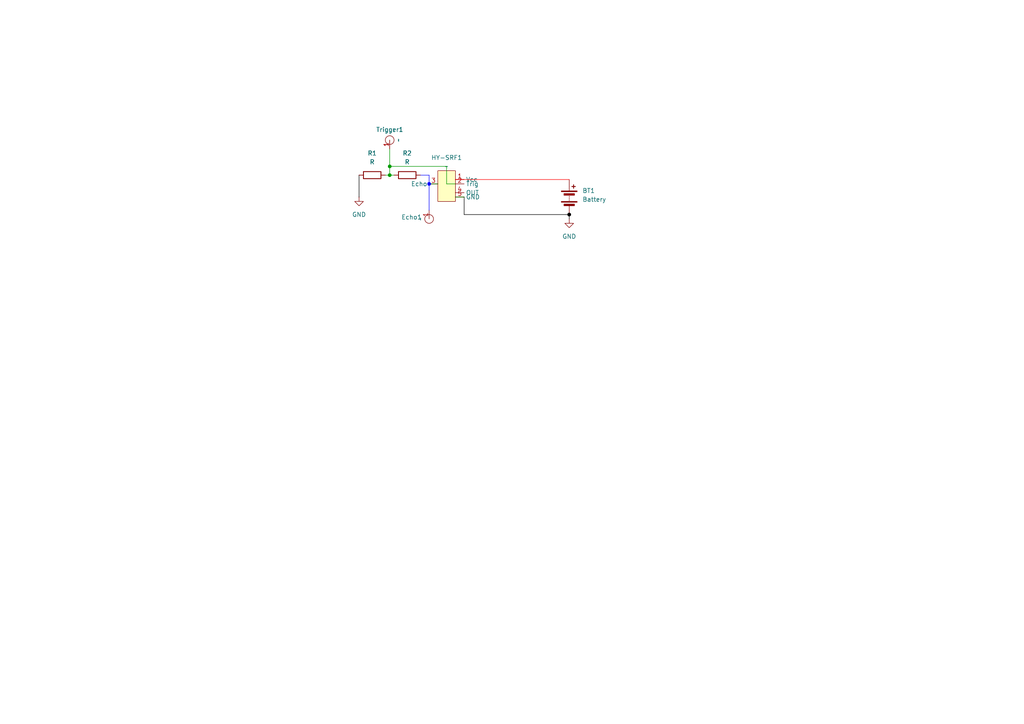
<source format=kicad_sch>
(kicad_sch (version 20231120) (generator "eeschema") (generator_version "8.0")
  (paper "A4")
  (lib_symbols
    (symbol "Device:Battery" (pin_numbers hide) (pin_names (offset 0) hide)
      (property "Reference" "BT" (at 2.54 2.54 0))
      (property "Value" "Battery" (at 2.54 0 0))
      (symbol "Battery_0_1"
        (rectangle (start -2.286 -1.27) (end 2.286 -1.524) (fill (type outline)))
        (rectangle (start -2.286 1.778) (end 2.286 1.524) (fill (type outline)))
        (rectangle (start -1.524 -2.032) (end 1.524 -2.54) (fill (type outline)))
        (rectangle (start -1.524 1.016) (end 1.524 0.508) (fill (type outline)))
        (polyline (pts (xy 0 -1.016) (xy 0 -0.762)))
        (polyline (pts (xy 0 -0.508) (xy 0 -0.254)))
        (polyline (pts (xy 0 0) (xy 0 0.254)))
        (polyline (pts (xy 0 1.778) (xy 0 2.54)))
        (polyline (pts (xy 0.762 3.048) (xy 1.778 3.048)) (stroke (width 0.254)))
        (polyline (pts (xy 1.27 3.556) (xy 1.27 2.54)) (stroke (width 0.254)))
      )
      (symbol "Battery_1_1"
        (pin passive line (at 0 5.08 270) (length 2.54) (name "+") (number "1"))
        (pin passive line (at 0 -5.08 90) (length 2.54) (name "-") (number "2"))
      )
    )
    (symbol "Device:R" (pin_numbers hide) (pin_names (offset 0))
      (property "Reference" "R" (at 2.032 0 90))
      (property "Value" "R" (at 0 0 90))
      (symbol "R_0_1"
        (rectangle (start -1.016 -2.54) (end 1.016 2.54) (stroke (width 0.254)))
      )
      (symbol "R_1_1"
        (pin passive line (at 0 3.81 270) (length 1.27) (name "~") (number "1"))
        (pin passive line (at 0 -3.81 90) (length 1.27) (name "~") (number "2"))
      )
    )
    (symbol "PIN:PIN"
      (property "Reference" "PIN" (at 0 0 0))
      (symbol "PIN_0_1"
        (circle (center 2.54 -2.54) (radius 1.27))
      )
      (symbol "PIN_1_1"
        (pin input line (at 0 -2.54 0) (length 2.54) (name "") (number "1"))
      )
    )
    (symbol "power:GND" (power) (pin_numbers hide) (pin_names (offset 0) hide)
      (property "Value" "GND" (at 0 -3.81 0))
      (symbol "GND_0_1"
        (polyline (pts (xy 0 0) (xy 0 -1.27) (xy 1.27 -1.27) (xy 0 -2.54) (xy -1.27 -1.27) (xy 0 -1.27)))
      )
      (symbol "GND_1_1"
        (pin power_in line (at 0 0 270) (length 0) (name "~") (number "1"))
      )
    )
    (symbol "ultrasónicos:HY-SRF05"
      (property "Reference" "HY-SRF05" (at -6.35 -5.588 90))
      (symbol "HY-SRF05_1_1"
        (rectangle (start -8.89 -1.27) (end -3.81 -10.16) (fill (type background)))
        (pin input line (at -3.81 -3.81 0) (length 2.54) (name "Vcc") (number "1"))
        (pin input line (at -3.81 -5.08 0) (length 2.54) (name "Trig") (number "2"))
        (pin output line (at -8.89 -5.08 180) (length 2.54) (name "Echo") (number "3"))
        (pin input line (at -3.81 -7.62 0) (length 2.54) (name "OUT") (number "4"))
        (pin input line (at -3.81 -8.89 0) (length 2.54) (name "GND") (number "5"))
      )
    )
  )
  (junction (at 124.46 53.34) (color 0 0 255 1))
  (junction (at 113.03 50.8))
  (junction (at 165.1 62.23) (color 0 0 0 1))
  (junction (at 113.03 48.26))
  (wire (pts (xy 111.76 50.8) (xy 113.03 50.8)))
  (wire (pts (xy 113.03 48.26) (xy 113.03 50.8)))
  (wire (pts (xy 127 53.34) (xy 124.46 53.34)))
  (wire (pts (xy 124.46 53.34) (xy 124.46 60.96)) (stroke (width 0) (color 0 0 255 1)))
  (wire (pts (xy 132.08 53.34) (xy 129.54 53.34)))
  (wire (pts (xy 129.54 48.26) (xy 113.03 48.26)))
  (wire (pts (xy 113.03 43.18) (xy 113.03 48.26)))
  (wire (pts (xy 104.14 50.8) (xy 104.14 57.15)) (stroke (width 0) (color 0 0 0 1)))
  (wire (pts (xy 129.54 53.34) (xy 129.54 48.26)))
  (wire (pts (xy 134.62 57.15) (xy 132.08 57.15)))
  (wire (pts (xy 121.92 50.8) (xy 124.46 50.8)) (stroke (width 0) (color 0 0 255 1)))
  (wire (pts (xy 165.1 62.23) (xy 134.62 62.23)) (stroke (width 0) (color 0 0 0 1)))
  (wire (pts (xy 132.08 52.07) (xy 165.1 52.07)) (stroke (width 0) (color 255 0 0 1)))
  (wire (pts (xy 134.62 62.23) (xy 134.62 57.15)) (stroke (width 0) (color 0 0 0 1)))
  (wire (pts (xy 165.1 63.5) (xy 165.1 62.23)) (stroke (width 0) (color 0 0 0 1)))
  (wire (pts (xy 124.46 50.8) (xy 124.46 53.34)) (stroke (width 0) (color 0 0 255 1)))
  (wire (pts (xy 113.03 50.8) (xy 114.3 50.8)))
  (symbol (lib_id "Device:R") (at 107.95 50.8 90) (unit 1)
    (property "Reference" "R1" (at 107.95 44.45 90))
    (property "Value" "R" (at 107.95 46.99 90))
    (property "Footprint" "Resistor_THT:R_Axial_DIN0204_L3.6mm_D1.6mm_P5.08mm_Horizontal" (effects (hide yes)))
    (property "Description" "Resistor" (effects (hide yes)))
  )
  (symbol (lib_id "ultrasónicos:HY-SRF05") (at 135.89 48.26 0) (unit 1)
    (property "Reference" "HY-SRF1" (at 129.54 45.72 0))
    (property "Value" "~" (at 129.54 48.26 0))
    (property "Footprint" "Connector_PinSocket_2.54mm:PinSocket_1x05_P2.54mm_Vertical" (effects (hide yes)))
  )
  (symbol (lib_id "Device:Battery") (at 165.1 57.15 0) (unit 1)
    (property "Reference" "BT1" (at 168.91 55.3084 0) (effects (justify left)))
    (property "Value" "Battery" (at 168.91 57.8484 0) (effects (justify left)))
    (property "Footprint" "Resistor_THT:R_Axial_DIN0614_L14.3mm_D5.7mm_P7.62mm_Vertical" (effects (hide yes)))
    (property "Description" "Multiple-cell battery" (effects (hide yes)))
  )
  (symbol (lib_id "power:GND") (at 104.14 57.15 0) (unit 1)
    (property "Reference" "#PWR01" (effects (hide yes)))
    (property "Value" "GND" (at 104.14 62.23 0))
    (property "Description" "Power symbol creates a global label with name \"GND\" , ground" (effects (hide yes)))
  )
  (symbol (lib_id "power:GND") (at 165.1 63.5 0) (unit 1)
    (property "Reference" "#PWR02" (effects (hide yes)))
    (property "Value" "GND" (at 165.1 68.58 0))
    (property "Description" "Power symbol creates a global label with name \"GND\" , ground" (effects (hide yes)))
  )
  (symbol (lib_id "PIN:PIN") (at 127 60.96 270) (unit 1)
    (property "Reference" "Echo1" (at 119.38 62.992 90))
    (property "Value" "~" (at 121.92 63.5 0))
    (property "Footprint" "PIN:PIN" (effects (hide yes)))
  )
  (symbol (lib_id "PIN:PIN") (at 110.49 43.18 90) (unit 1)
    (property "Reference" "Trigger1" (at 113.03 37.592 90))
    (property "Value" "~" (at 115.57 40.64 0))
    (property "Footprint" "PIN:PIN" (effects (hide yes)))
  )
  (symbol (lib_id "Device:R") (at 118.11 50.8 90) (unit 1)
    (property "Reference" "R2" (at 118.11 44.45 90))
    (property "Value" "R" (at 118.11 46.99 90))
    (property "Footprint" "Resistor_THT:R_Axial_DIN0204_L3.6mm_D1.6mm_P5.08mm_Horizontal" (effects (hide yes)))
    (property "Description" "Resistor" (effects (hide yes)))
  )
)
</source>
